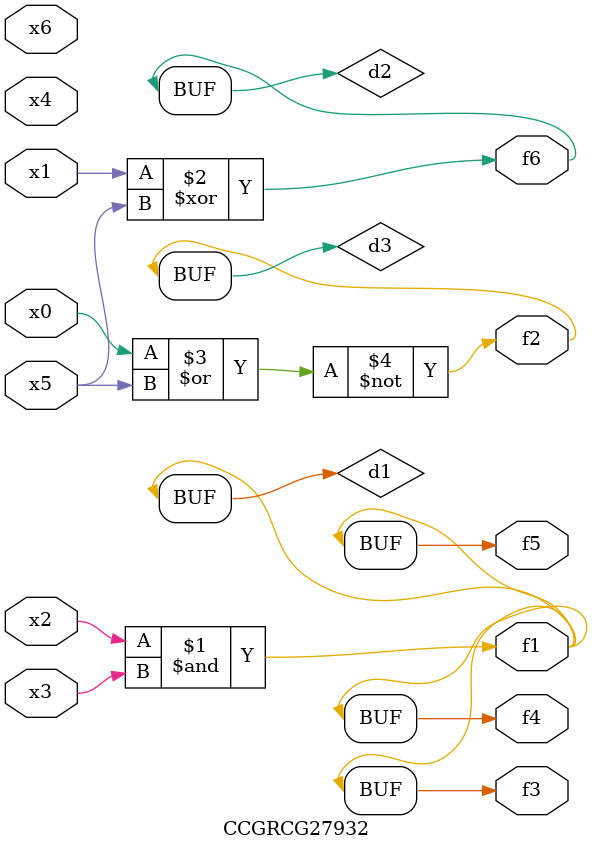
<source format=v>
module CCGRCG27932(
	input x0, x1, x2, x3, x4, x5, x6,
	output f1, f2, f3, f4, f5, f6
);

	wire d1, d2, d3;

	and (d1, x2, x3);
	xor (d2, x1, x5);
	nor (d3, x0, x5);
	assign f1 = d1;
	assign f2 = d3;
	assign f3 = d1;
	assign f4 = d1;
	assign f5 = d1;
	assign f6 = d2;
endmodule

</source>
